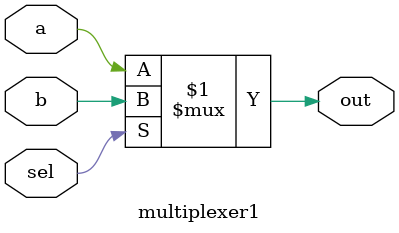
<source format=v>
module multiplexer1(a, b, sel, out);
	input a, b, sel;
	output out;
	
	assign out = sel ? b : a;
	
endmodule
</source>
